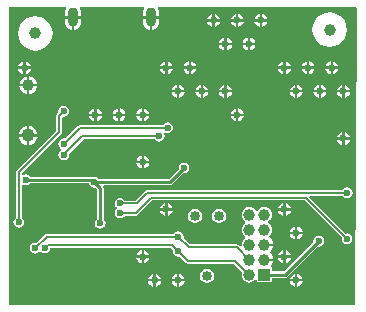
<source format=gbl>
G04*
G04 #@! TF.GenerationSoftware,Altium Limited,Altium Designer,18.1.6 (161)*
G04*
G04 Layer_Physical_Order=2*
G04 Layer_Color=16711680*
%FSLAX44Y44*%
%MOMM*%
G71*
G01*
G75*
%ADD11C,0.2500*%
%ADD62C,0.8500*%
%ADD68C,0.1800*%
%ADD69C,0.1530*%
%ADD72C,1.1000*%
%ADD73C,1.0000*%
%ADD74O,0.9000X1.6000*%
%ADD75R,1.0000X1.0000*%
%ADD76C,0.6000*%
%ADD77C,0.6096*%
%ADD78R,4.1750X3.7506*%
G36*
X297433Y296551D02*
X296159Y45400D01*
X2549D01*
Y297451D01*
X50759D01*
X51385Y296181D01*
X50886Y295530D01*
X50180Y293827D01*
X49940Y292000D01*
Y289500D01*
X57000D01*
X64060D01*
Y292000D01*
X63820Y293827D01*
X63115Y295530D01*
X62615Y296181D01*
X63241Y297451D01*
X116759D01*
X117385Y296181D01*
X116885Y295530D01*
X116180Y293827D01*
X115940Y292000D01*
Y289500D01*
X123000D01*
X130060D01*
Y292000D01*
X129820Y293827D01*
X129115Y295530D01*
X128615Y296181D01*
X129241Y297451D01*
X296538D01*
X297433Y296551D01*
D02*
G37*
%LPC*%
G36*
X217000Y291409D02*
Y287000D01*
X221409D01*
X221181Y288146D01*
X219965Y289966D01*
X218146Y291181D01*
X217000Y291409D01*
D02*
G37*
G36*
X215000D02*
X213854Y291181D01*
X212035Y289966D01*
X210819Y288146D01*
X210591Y287000D01*
X215000D01*
Y291409D01*
D02*
G37*
G36*
X197000D02*
Y287000D01*
X201409D01*
X201181Y288146D01*
X199965Y289966D01*
X198146Y291181D01*
X197000Y291409D01*
D02*
G37*
G36*
X195000D02*
X193854Y291181D01*
X192035Y289966D01*
X190819Y288146D01*
X190591Y287000D01*
X195000D01*
Y291409D01*
D02*
G37*
G36*
X177000D02*
Y287000D01*
X181409D01*
X181181Y288146D01*
X179965Y289966D01*
X178146Y291181D01*
X177000Y291409D01*
D02*
G37*
G36*
X175000D02*
X173854Y291181D01*
X172035Y289966D01*
X170819Y288146D01*
X170591Y287000D01*
X175000D01*
Y291409D01*
D02*
G37*
G36*
X221409Y285000D02*
X217000D01*
Y280592D01*
X218146Y280819D01*
X219965Y282035D01*
X221181Y283854D01*
X221409Y285000D01*
D02*
G37*
G36*
X215000D02*
X210591D01*
X210819Y283854D01*
X212035Y282035D01*
X213854Y280819D01*
X215000Y280592D01*
Y285000D01*
D02*
G37*
G36*
X201409D02*
X197000D01*
Y280592D01*
X198146Y280819D01*
X199965Y282035D01*
X201181Y283854D01*
X201409Y285000D01*
D02*
G37*
G36*
X195000D02*
X190591D01*
X190819Y283854D01*
X192035Y282035D01*
X193854Y280819D01*
X195000Y280592D01*
Y285000D01*
D02*
G37*
G36*
X181409D02*
X177000D01*
Y280592D01*
X178146Y280819D01*
X179965Y282035D01*
X181181Y283854D01*
X181409Y285000D01*
D02*
G37*
G36*
X175000D02*
X170591D01*
X170819Y283854D01*
X172035Y282035D01*
X173854Y280819D01*
X175000Y280592D01*
Y285000D01*
D02*
G37*
G36*
X64060Y287500D02*
X58000D01*
Y278071D01*
X58827Y278180D01*
X60530Y278885D01*
X61992Y280008D01*
X63115Y281470D01*
X63820Y283173D01*
X64060Y285000D01*
Y287500D01*
D02*
G37*
G36*
X130060D02*
X124000D01*
Y278071D01*
X124827Y278180D01*
X126530Y278885D01*
X127992Y280008D01*
X129115Y281470D01*
X129820Y283173D01*
X130060Y285000D01*
Y287500D01*
D02*
G37*
G36*
X122000D02*
X115940D01*
Y285000D01*
X116180Y283173D01*
X116885Y281470D01*
X118008Y280008D01*
X119470Y278885D01*
X121173Y278180D01*
X122000Y278071D01*
Y287500D01*
D02*
G37*
G36*
X56000D02*
X49940D01*
Y285000D01*
X50180Y283173D01*
X50886Y281470D01*
X52007Y280008D01*
X53470Y278885D01*
X55173Y278180D01*
X56000Y278071D01*
Y287500D01*
D02*
G37*
G36*
X207000Y271409D02*
Y267000D01*
X211409D01*
X211181Y268146D01*
X209965Y269966D01*
X208146Y271181D01*
X207000Y271409D01*
D02*
G37*
G36*
X205000D02*
X203854Y271181D01*
X202035Y269966D01*
X200819Y268146D01*
X200591Y267000D01*
X205000D01*
Y271409D01*
D02*
G37*
G36*
X187000D02*
Y267000D01*
X191409D01*
X191181Y268146D01*
X189965Y269966D01*
X188146Y271181D01*
X187000Y271409D01*
D02*
G37*
G36*
X185000D02*
X183854Y271181D01*
X182035Y269966D01*
X180819Y268146D01*
X180591Y267000D01*
X185000D01*
Y271409D01*
D02*
G37*
G36*
X274320Y292755D02*
X270535Y292257D01*
X267007Y290796D01*
X263979Y288472D01*
X261654Y285443D01*
X260193Y281915D01*
X259695Y278130D01*
X260193Y274345D01*
X261654Y270817D01*
X263979Y267789D01*
X267007Y265464D01*
X270535Y264003D01*
X274320Y263505D01*
X278105Y264003D01*
X281633Y265464D01*
X284662Y267789D01*
X286986Y270817D01*
X288447Y274345D01*
X288945Y278130D01*
X288447Y281915D01*
X286986Y285443D01*
X284662Y288472D01*
X281633Y290796D01*
X278105Y292257D01*
X274320Y292755D01*
D02*
G37*
G36*
X211409Y265000D02*
X207000D01*
Y260592D01*
X208146Y260819D01*
X209965Y262035D01*
X211181Y263854D01*
X211409Y265000D01*
D02*
G37*
G36*
X205000D02*
X200591D01*
X200819Y263854D01*
X202035Y262035D01*
X203854Y260819D01*
X205000Y260592D01*
Y265000D01*
D02*
G37*
G36*
X191409D02*
X187000D01*
Y260592D01*
X188146Y260819D01*
X189965Y262035D01*
X191181Y263854D01*
X191409Y265000D01*
D02*
G37*
G36*
X185000D02*
X180591D01*
X180819Y263854D01*
X182035Y262035D01*
X183854Y260819D01*
X185000Y260592D01*
Y265000D01*
D02*
G37*
G36*
X25000Y289625D02*
X21215Y289127D01*
X17687Y287666D01*
X14658Y285341D01*
X12334Y282313D01*
X10873Y278785D01*
X10375Y275000D01*
X10873Y271215D01*
X12334Y267687D01*
X14658Y264659D01*
X17687Y262334D01*
X21215Y260873D01*
X25000Y260375D01*
X28785Y260873D01*
X32313Y262334D01*
X35341Y264659D01*
X37666Y267687D01*
X39127Y271215D01*
X39625Y275000D01*
X39127Y278785D01*
X37666Y282313D01*
X35341Y285341D01*
X32313Y287666D01*
X28785Y289127D01*
X25000Y289625D01*
D02*
G37*
G36*
X277000Y251409D02*
Y247000D01*
X281409D01*
X281181Y248146D01*
X279966Y249965D01*
X278146Y251181D01*
X277000Y251409D01*
D02*
G37*
G36*
X275000D02*
X273854Y251181D01*
X272035Y249965D01*
X270819Y248146D01*
X270592Y247000D01*
X275000D01*
Y251409D01*
D02*
G37*
G36*
X257000D02*
Y247000D01*
X261409D01*
X261181Y248146D01*
X259965Y249965D01*
X258146Y251181D01*
X257000Y251409D01*
D02*
G37*
G36*
X255000D02*
X253854Y251181D01*
X252035Y249965D01*
X250819Y248146D01*
X250591Y247000D01*
X255000D01*
Y251409D01*
D02*
G37*
G36*
X237000D02*
Y247000D01*
X241409D01*
X241181Y248146D01*
X239965Y249965D01*
X238146Y251181D01*
X237000Y251409D01*
D02*
G37*
G36*
X235000D02*
X233854Y251181D01*
X232035Y249965D01*
X230819Y248146D01*
X230591Y247000D01*
X235000D01*
Y251409D01*
D02*
G37*
G36*
X157000D02*
Y247000D01*
X161409D01*
X161181Y248146D01*
X159965Y249965D01*
X158146Y251181D01*
X157000Y251409D01*
D02*
G37*
G36*
X155000D02*
X153854Y251181D01*
X152035Y249965D01*
X150819Y248146D01*
X150591Y247000D01*
X155000D01*
Y251409D01*
D02*
G37*
G36*
X137000D02*
Y247000D01*
X141409D01*
X141181Y248146D01*
X139965Y249965D01*
X138146Y251181D01*
X137000Y251409D01*
D02*
G37*
G36*
X135000D02*
X133854Y251181D01*
X132035Y249965D01*
X130819Y248146D01*
X130591Y247000D01*
X135000D01*
Y251409D01*
D02*
G37*
G36*
X17000D02*
Y247000D01*
X21409D01*
X21181Y248146D01*
X19965Y249965D01*
X18146Y251181D01*
X17000Y251409D01*
D02*
G37*
G36*
X15000D02*
X13854Y251181D01*
X12035Y249965D01*
X10819Y248146D01*
X10591Y247000D01*
X15000D01*
Y251409D01*
D02*
G37*
G36*
X281409Y245000D02*
X277000D01*
Y240591D01*
X278146Y240819D01*
X279966Y242035D01*
X281181Y243854D01*
X281409Y245000D01*
D02*
G37*
G36*
X275000D02*
X270592D01*
X270819Y243854D01*
X272035Y242035D01*
X273854Y240819D01*
X275000Y240591D01*
Y245000D01*
D02*
G37*
G36*
X261409D02*
X257000D01*
Y240591D01*
X258146Y240819D01*
X259965Y242035D01*
X261181Y243854D01*
X261409Y245000D01*
D02*
G37*
G36*
X255000D02*
X250591D01*
X250819Y243854D01*
X252035Y242035D01*
X253854Y240819D01*
X255000Y240591D01*
Y245000D01*
D02*
G37*
G36*
X241409D02*
X237000D01*
Y240591D01*
X238146Y240819D01*
X239965Y242035D01*
X241181Y243854D01*
X241409Y245000D01*
D02*
G37*
G36*
X235000D02*
X230591D01*
X230819Y243854D01*
X232035Y242035D01*
X233854Y240819D01*
X235000Y240591D01*
Y245000D01*
D02*
G37*
G36*
X161409D02*
X157000D01*
Y240591D01*
X158146Y240819D01*
X159965Y242035D01*
X161181Y243854D01*
X161409Y245000D01*
D02*
G37*
G36*
X155000D02*
X150591D01*
X150819Y243854D01*
X152035Y242035D01*
X153854Y240819D01*
X155000Y240591D01*
Y245000D01*
D02*
G37*
G36*
X141409D02*
X137000D01*
Y240591D01*
X138146Y240819D01*
X139965Y242035D01*
X141181Y243854D01*
X141409Y245000D01*
D02*
G37*
G36*
X135000D02*
X130591D01*
X130819Y243854D01*
X132035Y242035D01*
X133854Y240819D01*
X135000Y240591D01*
Y245000D01*
D02*
G37*
G36*
X21409D02*
X17000D01*
Y240591D01*
X18146Y240819D01*
X19965Y242035D01*
X21181Y243854D01*
X21409Y245000D01*
D02*
G37*
G36*
X15000D02*
X10591D01*
X10819Y243854D01*
X12035Y242035D01*
X13854Y240819D01*
X15000Y240591D01*
Y245000D01*
D02*
G37*
G36*
X20050Y238603D02*
Y232170D01*
X26483D01*
X26357Y233128D01*
X25601Y234952D01*
X24399Y236519D01*
X22832Y237721D01*
X21008Y238477D01*
X20050Y238603D01*
D02*
G37*
G36*
X18050D02*
X17092Y238477D01*
X15268Y237721D01*
X13701Y236519D01*
X12499Y234952D01*
X11743Y233128D01*
X11617Y232170D01*
X18050D01*
Y238603D01*
D02*
G37*
G36*
X287000Y231409D02*
Y227000D01*
X291409D01*
X291181Y228146D01*
X289966Y229965D01*
X288146Y231181D01*
X287000Y231409D01*
D02*
G37*
G36*
X285000D02*
X283854Y231181D01*
X282035Y229965D01*
X280819Y228146D01*
X280592Y227000D01*
X285000D01*
Y231409D01*
D02*
G37*
G36*
X267000D02*
Y227000D01*
X271409D01*
X271181Y228146D01*
X269966Y229965D01*
X268146Y231181D01*
X267000Y231409D01*
D02*
G37*
G36*
X265000D02*
X263854Y231181D01*
X262035Y229965D01*
X260819Y228146D01*
X260592Y227000D01*
X265000D01*
Y231409D01*
D02*
G37*
G36*
X247000D02*
Y227000D01*
X251409D01*
X251181Y228146D01*
X249965Y229965D01*
X248146Y231181D01*
X247000Y231409D01*
D02*
G37*
G36*
X245000D02*
X243854Y231181D01*
X242035Y229965D01*
X240819Y228146D01*
X240591Y227000D01*
X245000D01*
Y231409D01*
D02*
G37*
G36*
X187000D02*
Y227000D01*
X191409D01*
X191181Y228146D01*
X189965Y229965D01*
X188146Y231181D01*
X187000Y231409D01*
D02*
G37*
G36*
X185000D02*
X183854Y231181D01*
X182035Y229965D01*
X180819Y228146D01*
X180591Y227000D01*
X185000D01*
Y231409D01*
D02*
G37*
G36*
X167000D02*
Y227000D01*
X171409D01*
X171181Y228146D01*
X169965Y229965D01*
X168146Y231181D01*
X167000Y231409D01*
D02*
G37*
G36*
X165000D02*
X163854Y231181D01*
X162035Y229965D01*
X160819Y228146D01*
X160591Y227000D01*
X165000D01*
Y231409D01*
D02*
G37*
G36*
X147000D02*
Y227000D01*
X151409D01*
X151181Y228146D01*
X149965Y229965D01*
X148146Y231181D01*
X147000Y231409D01*
D02*
G37*
G36*
X145000D02*
X143854Y231181D01*
X142035Y229965D01*
X140819Y228146D01*
X140591Y227000D01*
X145000D01*
Y231409D01*
D02*
G37*
G36*
X26483Y230170D02*
X20050D01*
Y223737D01*
X21008Y223863D01*
X22832Y224619D01*
X24399Y225821D01*
X25601Y227388D01*
X26357Y229212D01*
X26483Y230170D01*
D02*
G37*
G36*
X18050D02*
X11617D01*
X11743Y229212D01*
X12499Y227388D01*
X13701Y225821D01*
X15268Y224619D01*
X17092Y223863D01*
X18050Y223737D01*
Y230170D01*
D02*
G37*
G36*
X291409Y225000D02*
X287000D01*
Y220591D01*
X288146Y220819D01*
X289966Y222035D01*
X291181Y223854D01*
X291409Y225000D01*
D02*
G37*
G36*
X285000D02*
X280592D01*
X280819Y223854D01*
X282035Y222035D01*
X283854Y220819D01*
X285000Y220591D01*
Y225000D01*
D02*
G37*
G36*
X271409D02*
X267000D01*
Y220591D01*
X268146Y220819D01*
X269966Y222035D01*
X271181Y223854D01*
X271409Y225000D01*
D02*
G37*
G36*
X265000D02*
X260592D01*
X260819Y223854D01*
X262035Y222035D01*
X263854Y220819D01*
X265000Y220591D01*
Y225000D01*
D02*
G37*
G36*
X251409D02*
X247000D01*
Y220591D01*
X248146Y220819D01*
X249965Y222035D01*
X251181Y223854D01*
X251409Y225000D01*
D02*
G37*
G36*
X245000D02*
X240591D01*
X240819Y223854D01*
X242035Y222035D01*
X243854Y220819D01*
X245000Y220591D01*
Y225000D01*
D02*
G37*
G36*
X191409D02*
X187000D01*
Y220591D01*
X188146Y220819D01*
X189965Y222035D01*
X191181Y223854D01*
X191409Y225000D01*
D02*
G37*
G36*
X185000D02*
X180591D01*
X180819Y223854D01*
X182035Y222035D01*
X183854Y220819D01*
X185000Y220591D01*
Y225000D01*
D02*
G37*
G36*
X171409D02*
X167000D01*
Y220591D01*
X168146Y220819D01*
X169965Y222035D01*
X171181Y223854D01*
X171409Y225000D01*
D02*
G37*
G36*
X165000D02*
X160591D01*
X160819Y223854D01*
X162035Y222035D01*
X163854Y220819D01*
X165000Y220591D01*
Y225000D01*
D02*
G37*
G36*
X151409D02*
X147000D01*
Y220591D01*
X148146Y220819D01*
X149965Y222035D01*
X151181Y223854D01*
X151409Y225000D01*
D02*
G37*
G36*
X145000D02*
X140591D01*
X140819Y223854D01*
X142035Y222035D01*
X143854Y220819D01*
X145000Y220591D01*
Y225000D01*
D02*
G37*
G36*
X197000Y211409D02*
Y207000D01*
X201409D01*
X201181Y208146D01*
X199965Y209965D01*
X198146Y211181D01*
X197000Y211409D01*
D02*
G37*
G36*
X195000D02*
X193854Y211181D01*
X192035Y209965D01*
X190819Y208146D01*
X190591Y207000D01*
X195000D01*
Y211409D01*
D02*
G37*
G36*
X117000D02*
Y207000D01*
X121409D01*
X121181Y208146D01*
X119965Y209965D01*
X118146Y211181D01*
X117000Y211409D01*
D02*
G37*
G36*
X115000D02*
X113854Y211181D01*
X112035Y209965D01*
X110819Y208146D01*
X110591Y207000D01*
X115000D01*
Y211409D01*
D02*
G37*
G36*
X97000D02*
Y207000D01*
X101409D01*
X101181Y208146D01*
X99965Y209965D01*
X98146Y211181D01*
X97000Y211409D01*
D02*
G37*
G36*
X95000D02*
X93854Y211181D01*
X92035Y209965D01*
X90819Y208146D01*
X90591Y207000D01*
X95000D01*
Y211409D01*
D02*
G37*
G36*
X77000D02*
Y207000D01*
X81409D01*
X81181Y208146D01*
X79965Y209965D01*
X78146Y211181D01*
X77000Y211409D01*
D02*
G37*
G36*
X75000D02*
X73854Y211181D01*
X72035Y209965D01*
X70819Y208146D01*
X70591Y207000D01*
X75000D01*
Y211409D01*
D02*
G37*
G36*
X49000Y213588D02*
X47244Y213239D01*
X45756Y212244D01*
X44761Y210756D01*
X44412Y209000D01*
X44599Y208060D01*
X43270Y206730D01*
X42739Y205936D01*
X42553Y205000D01*
Y192650D01*
X9270Y159367D01*
X8739Y158573D01*
X8553Y157637D01*
Y118777D01*
X7756Y118244D01*
X6761Y116756D01*
X6412Y115000D01*
X6761Y113244D01*
X7756Y111756D01*
X9244Y110761D01*
X11000Y110412D01*
X12756Y110761D01*
X14244Y111756D01*
X15239Y113244D01*
X15588Y115000D01*
X15239Y116756D01*
X14244Y118244D01*
X13447Y118777D01*
Y146434D01*
X14717Y147113D01*
X15244Y146761D01*
X17000Y146412D01*
X18756Y146761D01*
X20244Y147756D01*
X20539Y148196D01*
X70572D01*
X70761Y147244D01*
X71756Y145756D01*
X73244Y144761D01*
X75000Y144412D01*
X75520Y144515D01*
X77196Y142839D01*
Y117620D01*
X76755Y117325D01*
X75761Y115837D01*
X75412Y114081D01*
X75761Y112325D01*
X76755Y110837D01*
X78244Y109842D01*
X80000Y109493D01*
X81756Y109842D01*
X83244Y110837D01*
X84239Y112325D01*
X84588Y114081D01*
X84239Y115837D01*
X83244Y117325D01*
X82804Y117620D01*
Y144000D01*
X82619Y144926D01*
X82702Y145234D01*
X83367Y146196D01*
X139000D01*
X140073Y146410D01*
X140983Y147017D01*
X150480Y156515D01*
X151000Y156412D01*
X152756Y156761D01*
X154244Y157756D01*
X155239Y159244D01*
X155588Y161000D01*
X155239Y162756D01*
X154244Y164244D01*
X152756Y165239D01*
X151000Y165588D01*
X149244Y165239D01*
X147756Y164244D01*
X146761Y162756D01*
X146412Y161000D01*
X146515Y160480D01*
X137839Y151804D01*
X78539D01*
X78244Y152244D01*
X76756Y153239D01*
X75000Y153588D01*
X74288Y153447D01*
X74073Y153590D01*
X73000Y153804D01*
X20539D01*
X20244Y154244D01*
X18756Y155239D01*
X17000Y155588D01*
X15244Y155239D01*
X14717Y154887D01*
X13671Y155446D01*
X13557Y156734D01*
X46730Y189906D01*
X47261Y190700D01*
X47447Y191637D01*
Y203597D01*
X48500Y204511D01*
X49000Y204412D01*
X50756Y204761D01*
X52244Y205756D01*
X53239Y207244D01*
X53588Y209000D01*
X53239Y210756D01*
X52244Y212244D01*
X50756Y213239D01*
X49000Y213588D01*
D02*
G37*
G36*
X201409Y205000D02*
X197000D01*
Y200591D01*
X198146Y200819D01*
X199965Y202035D01*
X201181Y203854D01*
X201409Y205000D01*
D02*
G37*
G36*
X195000D02*
X190591D01*
X190819Y203854D01*
X192035Y202035D01*
X193854Y200819D01*
X195000Y200591D01*
Y205000D01*
D02*
G37*
G36*
X121409D02*
X117000D01*
Y200591D01*
X118146Y200819D01*
X119965Y202035D01*
X121181Y203854D01*
X121409Y205000D01*
D02*
G37*
G36*
X115000D02*
X110591D01*
X110819Y203854D01*
X112035Y202035D01*
X113854Y200819D01*
X115000Y200591D01*
Y205000D01*
D02*
G37*
G36*
X101409D02*
X97000D01*
Y200591D01*
X98146Y200819D01*
X99965Y202035D01*
X101181Y203854D01*
X101409Y205000D01*
D02*
G37*
G36*
X95000D02*
X90591D01*
X90819Y203854D01*
X92035Y202035D01*
X93854Y200819D01*
X95000Y200591D01*
Y205000D01*
D02*
G37*
G36*
X81409D02*
X77000D01*
Y200591D01*
X78146Y200819D01*
X79965Y202035D01*
X81181Y203854D01*
X81409Y205000D01*
D02*
G37*
G36*
X75000D02*
X70591D01*
X70819Y203854D01*
X72035Y202035D01*
X73854Y200819D01*
X75000Y200591D01*
Y205000D01*
D02*
G37*
G36*
X137000Y199808D02*
X135244Y199459D01*
X133756Y198464D01*
X133223Y197667D01*
X62610D01*
X61674Y197481D01*
X60880Y196950D01*
X49941Y186011D01*
X49000Y186198D01*
X47244Y185849D01*
X45756Y184854D01*
X44761Y183366D01*
X44412Y181610D01*
X44761Y179854D01*
X45756Y178366D01*
X47056Y177496D01*
X47160Y176805D01*
X47056Y176113D01*
X45756Y175244D01*
X44761Y173756D01*
X44412Y172000D01*
X44761Y170244D01*
X45756Y168756D01*
X47244Y167761D01*
X49000Y167412D01*
X50756Y167761D01*
X52244Y168756D01*
X53239Y170244D01*
X53588Y172000D01*
X53401Y172941D01*
X66014Y185553D01*
X126223D01*
X126756Y184756D01*
X128244Y183761D01*
X130000Y183412D01*
X131756Y183761D01*
X133244Y184756D01*
X134239Y186244D01*
X134588Y188000D01*
X134239Y189756D01*
X133793Y190424D01*
X134708Y191339D01*
X135244Y190981D01*
X137000Y190632D01*
X138756Y190981D01*
X140244Y191976D01*
X141239Y193464D01*
X141588Y195220D01*
X141239Y196976D01*
X140244Y198464D01*
X138756Y199459D01*
X137000Y199808D01*
D02*
G37*
G36*
X20050Y196607D02*
Y189670D01*
X26987D01*
X26844Y190758D01*
X26038Y192705D01*
X24756Y194376D01*
X23084Y195658D01*
X21138Y196464D01*
X20050Y196607D01*
D02*
G37*
G36*
X18050D02*
X16962Y196464D01*
X15015Y195658D01*
X13344Y194376D01*
X12062Y192705D01*
X11256Y190758D01*
X11113Y189670D01*
X18050D01*
Y196607D01*
D02*
G37*
G36*
X287000Y191409D02*
Y187000D01*
X291409D01*
X291181Y188146D01*
X289966Y189965D01*
X288146Y191181D01*
X287000Y191409D01*
D02*
G37*
G36*
X285000D02*
X283854Y191181D01*
X282035Y189965D01*
X280819Y188146D01*
X280592Y187000D01*
X285000D01*
Y191409D01*
D02*
G37*
G36*
X26987Y187670D02*
X20050D01*
Y180733D01*
X21138Y180876D01*
X23084Y181682D01*
X24756Y182964D01*
X26038Y184636D01*
X26844Y186582D01*
X26987Y187670D01*
D02*
G37*
G36*
X18050D02*
X11113D01*
X11256Y186582D01*
X12062Y184636D01*
X13344Y182964D01*
X15015Y181682D01*
X16962Y180876D01*
X18050Y180733D01*
Y187670D01*
D02*
G37*
G36*
X291409Y185000D02*
X287000D01*
Y180591D01*
X288146Y180819D01*
X289966Y182035D01*
X291181Y183854D01*
X291409Y185000D01*
D02*
G37*
G36*
X285000D02*
X280592D01*
X280819Y183854D01*
X282035Y182035D01*
X283854Y180819D01*
X285000Y180591D01*
Y185000D01*
D02*
G37*
G36*
X117000Y171409D02*
Y167000D01*
X121409D01*
X121181Y168146D01*
X119965Y169965D01*
X118146Y171181D01*
X117000Y171409D01*
D02*
G37*
G36*
X115000D02*
X113854Y171181D01*
X112035Y169965D01*
X110819Y168146D01*
X110591Y167000D01*
X115000D01*
Y171409D01*
D02*
G37*
G36*
X121409Y165000D02*
X117000D01*
Y160591D01*
X118146Y160819D01*
X119965Y162035D01*
X121181Y163854D01*
X121409Y165000D01*
D02*
G37*
G36*
X115000D02*
X110591D01*
X110819Y163854D01*
X112035Y162035D01*
X113854Y160819D01*
X115000Y160591D01*
Y165000D01*
D02*
G37*
G36*
X57081Y145358D02*
X55916Y145126D01*
X54081Y143900D01*
X52855Y142065D01*
X52728Y141429D01*
X51434D01*
X51307Y142065D01*
X50081Y143900D01*
X48246Y145126D01*
X47081Y145358D01*
Y139900D01*
X45081D01*
Y145358D01*
X43916Y145126D01*
X42081Y143900D01*
X40855Y142065D01*
X40729Y141429D01*
X39434D01*
X39307Y142065D01*
X38081Y143900D01*
X36246Y145126D01*
X35081Y145358D01*
Y139900D01*
X34081D01*
Y138900D01*
X28623D01*
X28855Y137735D01*
X30081Y135900D01*
X31916Y134674D01*
X32552Y134547D01*
Y133252D01*
X31916Y133126D01*
X30081Y131900D01*
X28855Y130065D01*
X28623Y128900D01*
X34081D01*
Y126900D01*
X28623D01*
X28855Y125735D01*
X30081Y123900D01*
X31916Y122674D01*
X32552Y122547D01*
Y121252D01*
X31916Y121126D01*
X30081Y119900D01*
X28855Y118065D01*
X28623Y116900D01*
X34081D01*
Y115900D01*
X35081D01*
Y110442D01*
X36246Y110674D01*
X38081Y111900D01*
X39307Y113735D01*
X39434Y114371D01*
X40729D01*
X40855Y113735D01*
X42081Y111900D01*
X43916Y110674D01*
X45081Y110442D01*
Y115900D01*
X47081D01*
Y110442D01*
X48246Y110674D01*
X50081Y111900D01*
X51307Y113735D01*
X51434Y114371D01*
X52728D01*
X52855Y113735D01*
X54081Y111900D01*
X55916Y110674D01*
X57081Y110442D01*
Y115900D01*
X58081D01*
Y116900D01*
X63539D01*
X63307Y118065D01*
X62081Y119900D01*
X60246Y121126D01*
X59610Y121252D01*
Y122547D01*
X60246Y122674D01*
X62081Y123900D01*
X63307Y125735D01*
X63539Y126900D01*
X58081D01*
Y128900D01*
X63539D01*
X63307Y130065D01*
X62081Y131900D01*
X60246Y133126D01*
X59610Y133252D01*
Y134547D01*
X60246Y134674D01*
X62081Y135900D01*
X63307Y137735D01*
X63539Y138900D01*
X58081D01*
Y139900D01*
X57081D01*
Y145358D01*
D02*
G37*
G36*
X59081D02*
Y140900D01*
X63539D01*
X63307Y142065D01*
X62081Y143900D01*
X60246Y145126D01*
X59081Y145358D01*
D02*
G37*
G36*
X33081D02*
X31916Y145126D01*
X30081Y143900D01*
X28855Y142065D01*
X28623Y140900D01*
X33081D01*
Y145358D01*
D02*
G37*
G36*
X289100Y144588D02*
X287344Y144239D01*
X285856Y143244D01*
X285323Y142447D01*
X120000D01*
X119064Y142261D01*
X118270Y141730D01*
X109986Y133447D01*
X100777D01*
X100244Y134244D01*
X98756Y135239D01*
X97000Y135588D01*
X95244Y135239D01*
X93756Y134244D01*
X92761Y132756D01*
X92412Y131000D01*
X92761Y129244D01*
X93756Y127756D01*
X93854Y127690D01*
Y126420D01*
X93756Y126354D01*
X92761Y124866D01*
X92412Y123110D01*
X92761Y121354D01*
X93756Y119866D01*
X95244Y118871D01*
X97000Y118522D01*
X98756Y118871D01*
X100244Y119866D01*
X100777Y120663D01*
X110110D01*
X111046Y120849D01*
X111840Y121380D01*
X124014Y133553D01*
X252986D01*
X284599Y101940D01*
X284412Y101000D01*
X284761Y99244D01*
X285756Y97756D01*
X287244Y96761D01*
X289000Y96412D01*
X290756Y96761D01*
X292244Y97756D01*
X293239Y99244D01*
X293588Y101000D01*
X293239Y102756D01*
X292244Y104244D01*
X290756Y105239D01*
X289000Y105588D01*
X288060Y105401D01*
X257081Y136380D01*
X257567Y137553D01*
X285323D01*
X285856Y136756D01*
X287344Y135761D01*
X289100Y135412D01*
X290856Y135761D01*
X292344Y136756D01*
X293339Y138244D01*
X293688Y140000D01*
X293339Y141756D01*
X292344Y143244D01*
X290856Y144239D01*
X289100Y144588D01*
D02*
G37*
G36*
X237000Y131409D02*
Y127000D01*
X241409D01*
X241181Y128146D01*
X239965Y129965D01*
X238146Y131181D01*
X237000Y131409D01*
D02*
G37*
G36*
X235000D02*
X233854Y131181D01*
X232035Y129965D01*
X230819Y128146D01*
X230591Y127000D01*
X235000D01*
Y131409D01*
D02*
G37*
G36*
X137000D02*
Y127000D01*
X141409D01*
X141181Y128146D01*
X139965Y129965D01*
X138146Y131181D01*
X137000Y131409D01*
D02*
G37*
G36*
X135000D02*
X133854Y131181D01*
X132035Y129965D01*
X130819Y128146D01*
X130591Y127000D01*
X135000D01*
Y131409D01*
D02*
G37*
G36*
X218950Y127956D02*
X217253Y127733D01*
X215672Y127078D01*
X214314Y126036D01*
X213272Y124678D01*
X211928D01*
X210886Y126036D01*
X209528Y127078D01*
X207947Y127733D01*
X206250Y127956D01*
X204553Y127733D01*
X202972Y127078D01*
X201614Y126036D01*
X200572Y124678D01*
X199917Y123097D01*
X199694Y121400D01*
X199917Y119703D01*
X200572Y118122D01*
X201614Y116764D01*
X202972Y115722D01*
Y114378D01*
X201614Y113336D01*
X200572Y111978D01*
X199917Y110397D01*
X199694Y108700D01*
X199917Y107003D01*
X200572Y105422D01*
X201614Y104064D01*
X202972Y103022D01*
Y101678D01*
X201614Y100636D01*
X200572Y99278D01*
X199917Y97697D01*
X199694Y96000D01*
X199858Y94754D01*
X198655Y94161D01*
X197183Y95633D01*
X196434Y96134D01*
X195550Y96309D01*
X155957D01*
X150369Y101897D01*
X150588Y103000D01*
X150239Y104756D01*
X149244Y106244D01*
X147756Y107239D01*
X146000Y107588D01*
X144244Y107239D01*
X142756Y106244D01*
X142223Y105447D01*
X35020D01*
X34084Y105261D01*
X33290Y104730D01*
X25961Y97401D01*
X25020Y97588D01*
X23264Y97239D01*
X21776Y96244D01*
X20781Y94756D01*
X20432Y93000D01*
X20781Y91244D01*
X21776Y89756D01*
X23264Y88761D01*
X25020Y88412D01*
X26776Y88761D01*
X28264Y89756D01*
X28512Y90126D01*
X29937Y90280D01*
X31425Y89285D01*
X33181Y88936D01*
X34937Y89285D01*
X36425Y90280D01*
X37420Y91768D01*
X37769Y93524D01*
X37793Y93553D01*
X139366D01*
X141599Y91320D01*
X141412Y90380D01*
X141761Y88624D01*
X142756Y87136D01*
X144244Y86141D01*
X146000Y85792D01*
X147103Y86011D01*
X152367Y80747D01*
X153116Y80246D01*
X154000Y80071D01*
X193513D01*
X200319Y73266D01*
X199917Y72297D01*
X199694Y70600D01*
X199917Y68903D01*
X200572Y67322D01*
X201614Y65964D01*
X202972Y64922D01*
X204553Y64267D01*
X206250Y64044D01*
X207947Y64267D01*
X209528Y64922D01*
X210886Y65964D01*
X211180Y66347D01*
X212450Y65917D01*
Y64100D01*
X225450D01*
Y67796D01*
X236600D01*
X237673Y68010D01*
X238583Y68617D01*
X264480Y94515D01*
X265000Y94412D01*
X266756Y94761D01*
X268244Y95756D01*
X269239Y97244D01*
X269588Y99000D01*
X269239Y100756D01*
X268244Y102244D01*
X266756Y103239D01*
X265000Y103588D01*
X263244Y103239D01*
X261756Y102244D01*
X260761Y100756D01*
X260412Y99000D01*
X260515Y98480D01*
X235439Y73404D01*
X225450D01*
Y77100D01*
X225172D01*
X224621Y78370D01*
X225501Y79518D01*
X226257Y81342D01*
X226383Y82300D01*
X218950D01*
Y84300D01*
X226383D01*
X226257Y85258D01*
X225501Y87082D01*
X224299Y88649D01*
X223822Y89015D01*
Y90285D01*
X224299Y90651D01*
X225501Y92218D01*
X226257Y94042D01*
X226383Y95000D01*
X218950D01*
Y97000D01*
X226383D01*
X226257Y97958D01*
X225501Y99782D01*
X224299Y101349D01*
X223216Y102180D01*
X223090Y103529D01*
X223170Y103745D01*
X223586Y104064D01*
X224628Y105422D01*
X225283Y107003D01*
X225506Y108700D01*
X225283Y110397D01*
X224628Y111978D01*
X223586Y113336D01*
X222228Y114378D01*
Y115722D01*
X223586Y116764D01*
X224628Y118122D01*
X225283Y119703D01*
X225506Y121400D01*
X225283Y123097D01*
X224628Y124678D01*
X223586Y126036D01*
X222228Y127078D01*
X220647Y127733D01*
X218950Y127956D01*
D02*
G37*
G36*
X241409Y125000D02*
X237000D01*
Y120591D01*
X238146Y120819D01*
X239965Y122035D01*
X241181Y123854D01*
X241409Y125000D01*
D02*
G37*
G36*
X235000D02*
X230591D01*
X230819Y123854D01*
X232035Y122035D01*
X233854Y120819D01*
X235000Y120591D01*
Y125000D01*
D02*
G37*
G36*
X141409D02*
X137000D01*
Y120591D01*
X138146Y120819D01*
X139965Y122035D01*
X141181Y123854D01*
X141409Y125000D01*
D02*
G37*
G36*
X135000D02*
X130591D01*
X130819Y123854D01*
X132035Y122035D01*
X133854Y120819D01*
X135000Y120591D01*
Y125000D01*
D02*
G37*
G36*
X180470Y126707D02*
X178129Y126242D01*
X176144Y124916D01*
X174818Y122931D01*
X174352Y120590D01*
X174818Y118249D01*
X176144Y116264D01*
X178129Y114938D01*
X180470Y114473D01*
X182811Y114938D01*
X184796Y116264D01*
X186122Y118249D01*
X186588Y120590D01*
X186122Y122931D01*
X184796Y124916D01*
X182811Y126242D01*
X180470Y126707D01*
D02*
G37*
G36*
X160150D02*
X157809Y126242D01*
X155824Y124916D01*
X154498Y122931D01*
X154032Y120590D01*
X154498Y118249D01*
X155824Y116264D01*
X157809Y114938D01*
X160150Y114473D01*
X162491Y114938D01*
X164476Y116264D01*
X165802Y118249D01*
X166268Y120590D01*
X165802Y122931D01*
X164476Y124916D01*
X162491Y126242D01*
X160150Y126707D01*
D02*
G37*
G36*
X63539Y114900D02*
X59081D01*
Y110442D01*
X60246Y110674D01*
X62081Y111900D01*
X63307Y113735D01*
X63539Y114900D01*
D02*
G37*
G36*
X33081D02*
X28623D01*
X28855Y113735D01*
X30081Y111900D01*
X31916Y110674D01*
X33081Y110442D01*
Y114900D01*
D02*
G37*
G36*
X247000Y111409D02*
Y107000D01*
X251409D01*
X251181Y108146D01*
X249965Y109965D01*
X248146Y111181D01*
X247000Y111409D01*
D02*
G37*
G36*
X245000D02*
X243854Y111181D01*
X242035Y109965D01*
X240819Y108146D01*
X240591Y107000D01*
X245000D01*
Y111409D01*
D02*
G37*
G36*
X251409Y105000D02*
X247000D01*
Y100591D01*
X248146Y100819D01*
X249965Y102035D01*
X251181Y103854D01*
X251409Y105000D01*
D02*
G37*
G36*
X245000D02*
X240591D01*
X240819Y103854D01*
X242035Y102035D01*
X243854Y100819D01*
X245000Y100591D01*
Y105000D01*
D02*
G37*
G36*
X237000Y91409D02*
Y87000D01*
X241409D01*
X241181Y88146D01*
X239965Y89965D01*
X238146Y91181D01*
X237000Y91409D01*
D02*
G37*
G36*
X235000D02*
X233854Y91181D01*
X232035Y89965D01*
X230819Y88146D01*
X230591Y87000D01*
X235000D01*
Y91409D01*
D02*
G37*
G36*
X117000D02*
Y87000D01*
X121409D01*
X121181Y88146D01*
X119965Y89965D01*
X118146Y91181D01*
X117000Y91409D01*
D02*
G37*
G36*
X115000D02*
X113854Y91181D01*
X112035Y89965D01*
X110819Y88146D01*
X110591Y87000D01*
X115000D01*
Y91409D01*
D02*
G37*
G36*
X241409Y85000D02*
X237000D01*
Y80591D01*
X238146Y80819D01*
X239965Y82035D01*
X241181Y83854D01*
X241409Y85000D01*
D02*
G37*
G36*
X235000D02*
X230591D01*
X230819Y83854D01*
X232035Y82035D01*
X233854Y80819D01*
X235000Y80591D01*
Y85000D01*
D02*
G37*
G36*
X121409D02*
X117000D01*
Y80591D01*
X118146Y80819D01*
X119965Y82035D01*
X121181Y83854D01*
X121409Y85000D01*
D02*
G37*
G36*
X115000D02*
X110591D01*
X110819Y83854D01*
X112035Y82035D01*
X113854Y80819D01*
X115000Y80591D01*
Y85000D01*
D02*
G37*
G36*
X247000Y71409D02*
Y67000D01*
X251409D01*
X251181Y68146D01*
X249965Y69965D01*
X248146Y71181D01*
X247000Y71409D01*
D02*
G37*
G36*
X245000D02*
X243854Y71181D01*
X242035Y69965D01*
X240819Y68146D01*
X240591Y67000D01*
X245000D01*
Y71409D01*
D02*
G37*
G36*
X147000D02*
Y67000D01*
X151409D01*
X151181Y68146D01*
X149965Y69965D01*
X148146Y71181D01*
X147000Y71409D01*
D02*
G37*
G36*
X145000D02*
X143854Y71181D01*
X142035Y69965D01*
X140819Y68146D01*
X140591Y67000D01*
X145000D01*
Y71409D01*
D02*
G37*
G36*
X127000D02*
Y67000D01*
X131409D01*
X131181Y68146D01*
X129965Y69965D01*
X128146Y71181D01*
X127000Y71409D01*
D02*
G37*
G36*
X125000D02*
X123854Y71181D01*
X122035Y69965D01*
X120819Y68146D01*
X120591Y67000D01*
X125000D01*
Y71409D01*
D02*
G37*
G36*
X170310Y75908D02*
X167969Y75442D01*
X165984Y74116D01*
X164658Y72131D01*
X164192Y69790D01*
X164658Y67449D01*
X165984Y65464D01*
X167969Y64138D01*
X170310Y63672D01*
X172651Y64138D01*
X174636Y65464D01*
X175962Y67449D01*
X176427Y69790D01*
X175962Y72131D01*
X174636Y74116D01*
X172651Y75442D01*
X170310Y75908D01*
D02*
G37*
G36*
X251409Y65000D02*
X247000D01*
Y60591D01*
X248146Y60819D01*
X249965Y62035D01*
X251181Y63854D01*
X251409Y65000D01*
D02*
G37*
G36*
X245000D02*
X240591D01*
X240819Y63854D01*
X242035Y62035D01*
X243854Y60819D01*
X245000Y60591D01*
Y65000D01*
D02*
G37*
G36*
X151409D02*
X147000D01*
Y60591D01*
X148146Y60819D01*
X149965Y62035D01*
X151181Y63854D01*
X151409Y65000D01*
D02*
G37*
G36*
X145000D02*
X140591D01*
X140819Y63854D01*
X142035Y62035D01*
X143854Y60819D01*
X145000Y60591D01*
Y65000D01*
D02*
G37*
G36*
X131409D02*
X127000D01*
Y60591D01*
X128146Y60819D01*
X129965Y62035D01*
X131181Y63854D01*
X131409Y65000D01*
D02*
G37*
G36*
X125000D02*
X120591D01*
X120819Y63854D01*
X122035Y62035D01*
X123854Y60819D01*
X125000Y60591D01*
Y65000D01*
D02*
G37*
%LPD*%
D11*
X139000Y149000D02*
X151000Y161000D01*
X75000Y149000D02*
X139000D01*
X75000D02*
X80000Y144000D01*
Y114081D02*
Y144000D01*
X218950Y70600D02*
X236600D01*
X265000Y99000D01*
X73000Y151000D02*
X75000Y149000D01*
X17000Y151000D02*
X73000D01*
D62*
X170310Y69790D02*
D03*
X160150Y120590D02*
D03*
X180470D02*
D03*
D68*
X254000Y136000D02*
X289000Y101000D01*
X123000Y136000D02*
X254000D01*
X110110Y123110D02*
X123000Y136000D01*
X97000Y123110D02*
X110110D01*
X120000Y140000D02*
X289100D01*
X111000Y131000D02*
X120000Y140000D01*
X97000Y131000D02*
X111000D01*
X33181Y93524D02*
X35657Y96000D01*
X140380D01*
X146000Y90380D01*
X25020Y93000D02*
X35020Y103000D01*
X146000D01*
X32657Y93000D02*
X33181Y93524D01*
X49000Y181610D02*
X62610Y195220D01*
X137000D01*
X65000Y188000D02*
X130000D01*
X50500Y173500D02*
X65000Y188000D01*
X45000Y205000D02*
X49000Y209000D01*
X45000Y191637D02*
Y205000D01*
X11000Y157637D02*
X45000Y191637D01*
X11000Y115000D02*
Y157637D01*
D69*
X155000Y94000D02*
X195550D01*
X146000Y103000D02*
X155000Y94000D01*
X195550D02*
X206250Y83300D01*
X194470Y82380D02*
X206250Y70600D01*
X154000Y82380D02*
X194470D01*
X146000Y90380D02*
X154000Y82380D01*
D72*
X19050Y188670D02*
D03*
D73*
Y231170D02*
D03*
X206250Y121400D02*
D03*
X218950D02*
D03*
X206250Y108700D02*
D03*
X218950D02*
D03*
X206250Y96000D02*
D03*
X218950D02*
D03*
X206250Y83300D02*
D03*
X218950D02*
D03*
X206250Y70600D02*
D03*
X274320Y278130D02*
D03*
X25000Y275000D02*
D03*
D74*
X57000Y288500D02*
D03*
X123000D02*
D03*
D75*
X218950Y70600D02*
D03*
D76*
X286000Y226000D02*
D03*
Y186000D02*
D03*
X276000Y246000D02*
D03*
X266000Y226000D02*
D03*
X256000Y246000D02*
D03*
X246000Y226000D02*
D03*
Y106000D02*
D03*
Y66000D02*
D03*
X236000Y246000D02*
D03*
Y126000D02*
D03*
Y86000D02*
D03*
X216000Y286000D02*
D03*
X206000Y266000D02*
D03*
X196000Y286000D02*
D03*
X186000Y266000D02*
D03*
Y226000D02*
D03*
X196000Y206000D02*
D03*
X176000Y286000D02*
D03*
X166000Y226000D02*
D03*
X156000Y246000D02*
D03*
X146000Y226000D02*
D03*
Y66000D02*
D03*
X136000Y246000D02*
D03*
Y126000D02*
D03*
X126000Y66000D02*
D03*
X116000Y206000D02*
D03*
Y166000D02*
D03*
Y86000D02*
D03*
X96000Y206000D02*
D03*
X76000D02*
D03*
X16000Y246000D02*
D03*
X151000Y161000D02*
D03*
X265000Y99000D02*
D03*
X289000Y101000D02*
D03*
X289100Y140000D02*
D03*
X97000Y123110D02*
D03*
Y131000D02*
D03*
X80000Y114081D02*
D03*
X146000Y90380D02*
D03*
Y103000D02*
D03*
X25020Y93000D02*
D03*
X33181Y93524D02*
D03*
X49000Y181610D02*
D03*
Y172000D02*
D03*
X75000Y149000D02*
D03*
X17000Y151000D02*
D03*
X49000Y209000D02*
D03*
X11000Y115000D02*
D03*
X137000Y195220D02*
D03*
X130000Y188000D02*
D03*
D77*
X46081Y127900D02*
D03*
X58081D02*
D03*
Y139900D02*
D03*
X46081D02*
D03*
X34081D02*
D03*
Y127900D02*
D03*
Y115900D02*
D03*
X46081D02*
D03*
X58081D02*
D03*
D78*
X44875Y129003D02*
D03*
M02*

</source>
